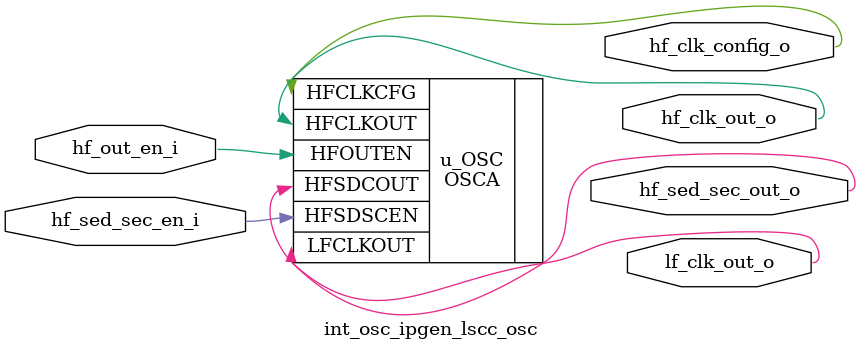
<source format=v>

/*******************************************************************************
    Verilog netlist generated by IPGEN Radiant Software (64-bit) 2.0.1.281.2
    Soft IP Version: 1.0.0
    Sun Jul 10 15:47:31 2022
*******************************************************************************/
/*******************************************************************************
    Wrapper Module generated per user settings.
*******************************************************************************/
module int_osc (hf_out_en_i, 
        hf_clk_out_o, 
        lf_clk_out_o) ;
    input hf_out_en_i ; 
    output hf_clk_out_o ; 
    output lf_clk_out_o ; 
    int_osc_ipgen_lscc_osc #(.HF_OSC_EN("ENABLED"),
            .HF_CLK_DIV_DEC(5),
            .HF_CLK_DIV("4"),
            .HF_CFG_EN("ENABLED"),
            .LF_OUTPUT_EN("ENABLED"),
            .SEDCLK_EN(0),
            .HF_SED_SEC_DIV_DEC(2),
            .HF_SED_SEC_DIV("1")) lscc_osc_inst (.hf_out_en_i(hf_out_en_i), 
                .hf_sed_sec_en_i(1'b0), 
                .hf_clk_out_o(hf_clk_out_o), 
                .lf_clk_out_o(lf_clk_out_o), 
                .hf_sed_sec_out_o(), 
                .hf_clk_config_o()) ; 
endmodule



// =============================================================================
// >>>>>>>>>>>>>>>>>>>>>>>>> COPYRIGHT NOTICE <<<<<<<<<<<<<<<<<<<<<<<<<<<<<<<<<<
// -----------------------------------------------------------------------------
//   Copyright (c) 2018 by Lattice Semiconductor Corporation
//   ALL RIGHTS RESERVED 
// -----------------------------------------------------------------------------
//
//   Permission:
//
//      Lattice SG Pte. Ltd. grants permission to use this code
//      pursuant to the terms of the Lattice Reference Design License Agreement. 
//
//
//   Disclaimer:
//
//      This VHDL or Verilog source code is intended as a design reference
//      which illustrates how these types of functions can be implemented.
//      It is the user's responsibility to verify their design for
//      consistency and functionality through the use of formal
//      verification methods.  Lattice provides no warranty
//      regarding the use or functionality of this code.
//
// -----------------------------------------------------------------------------
//
//                  Lattice SG Pte. Ltd.
//                  101 Thomson Road, United Square #07-02 
//                  Singapore 307591
//
//
//                  TEL: 1-800-Lattice (USA and Canada)
//                       +65-6631-2000 (Singapore)
//                       +1-503-268-8001 (other locations)
//
//                  web: http://www.latticesemi.com/
//                  email: techsupport@latticesemi.com
//
// -----------------------------------------------------------------------------
//
// =============================================================================
//                         FILE DETAILS         
// Project               : 
// File                  : lscc_osc.v
// Title                 : 
// Dependencies          : OSC module
// Description           : LIFCL Oscillator.
// =============================================================================
//                        REVISION HISTORY
// Version               : 1.0.0.
// Author(s)             : 
// Mod. Date             : 
// Changes Made          : Initial release.
// =============================================================================
module int_osc_ipgen_lscc_osc #(parameter LF_OUTPUT_EN = "DISABLED", 
        parameter HF_CLK_DIV_DEC = 2, 
        parameter HF_CLK_DIV = "1", 
        parameter HF_OSC_EN = "ENABLED", 
        parameter HF_CFG_EN = "ENABLED", 
        parameter SEDCLK_EN = 0, 
        parameter HF_SED_SEC_DIV_DEC = 2, 
        parameter HF_SED_SEC_DIV = "1", 
        parameter FAMILY = "LIFCL") (
    // -----------------------------------------------------------------------------
    // Module Parameters
    // -----------------------------------------------------------------------------
    // -----------------------------------------------------------------------------
    // Input/Output Ports
    // -----------------------------------------------------------------------------
    input hf_out_en_i, 
    input hf_sed_sec_en_i, 
    output hf_clk_out_o, 
    output lf_clk_out_o, 
    output hf_clk_config_o, 
    output hf_sed_sec_out_o) ;
    // ---------------------------------------
    // OSC Module Instantiation
    // --------------------------------------- 
    OSCA #(.HF_CLK_DIV(HF_CLK_DIV),
            .HF_SED_SEC_DIV(HF_SED_SEC_DIV),
            .HF_OSC_EN(HF_OSC_EN),
            .LF_OUTPUT_EN(LF_OUTPUT_EN)) u_OSC (//Inputs                   
            .HFOUTEN(hf_out_en_i), 
                .HFSDSCEN(hf_sed_sec_en_i), 
                //Outputs                  
            .HFCLKOUT(hf_clk_out_o), 
                .LFCLKOUT(lf_clk_out_o), 
                .HFCLKCFG(hf_clk_config_o), 
                .HFSDCOUT(hf_sed_sec_out_o)) ; 
endmodule



</source>
